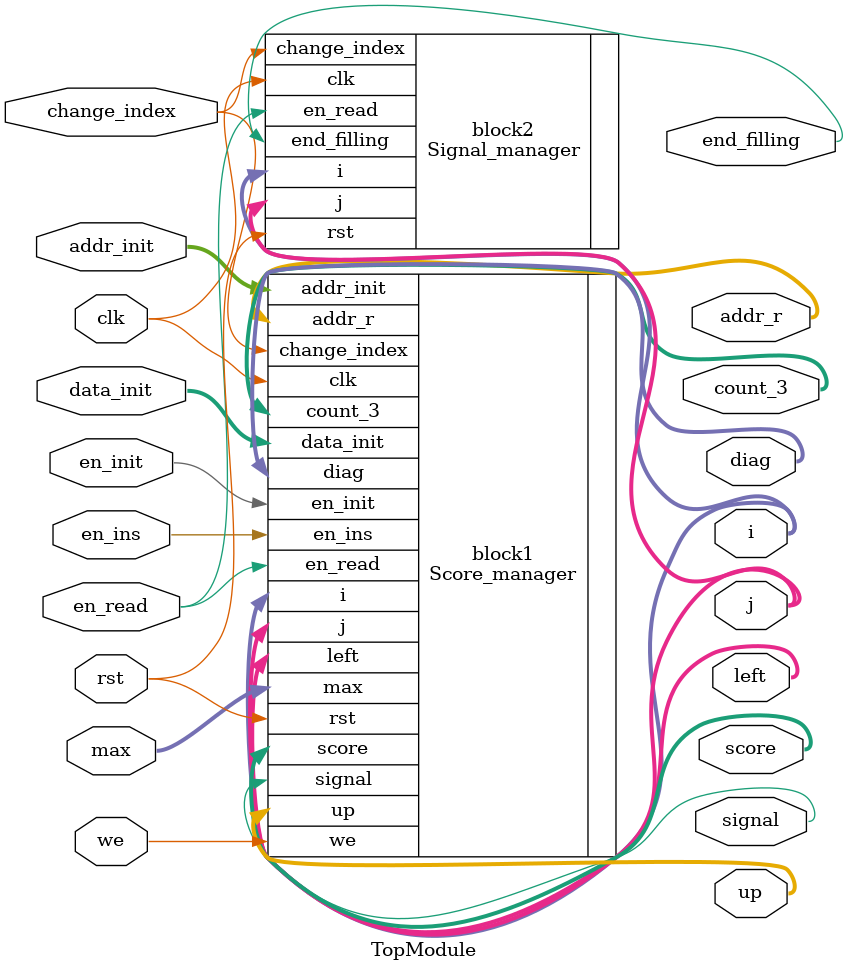
<source format=v>
`include "/c:.../Score_manager.v"

module TopModule #(
    parameter N = 128,
    parameter BitAddr = $clog2(N+1),
    parameter addr_lenght = $clog2(((N+1)*(N+1))-1)
) (
    input wire clk, rst,
    input wire en_ins, en_init, en_read, we,
    input wire [BitAddr:0] addr_init,
    input wire [8:0] max, data_init,
    input wire change_index,      
    output wire [1:0] count_3,
    output wire [addr_lenght:0] addr_r,
    output wire [8:0] diag, up, left, score,
    output wire signal,
    output wire [BitAddr:0] i, j,
    output wire end_filling
);
    
    Score_manager # (
        .N(N)
    ) block1 (
        .clk(clk),
        .rst(rst),
        .en_ins(en_ins),
        .en_init(en_init),
        .en_read(en_read),
        .we(we),
        .i(i),
        .j(j),
        .addr_init(addr_init),
        .max(max),
        .data_init(data_init),
        .count_3(count_3),
        .addr_r(addr_r),
        .diag(diag),
        .up(up),
        .left(left),
        .score(score),
        .signal(signal),
        .change_index(change_index)
    );
    
    Signal_manager # (
        .N(N)
    ) block2 (
        .clk(clk),
        .rst(rst),
        .en_read(en_read),
        .change_index(change_index),
        .i(i),
        .j(j),
        .end_filling(end_filling)
    );
    
    //end
endmodule
</source>
